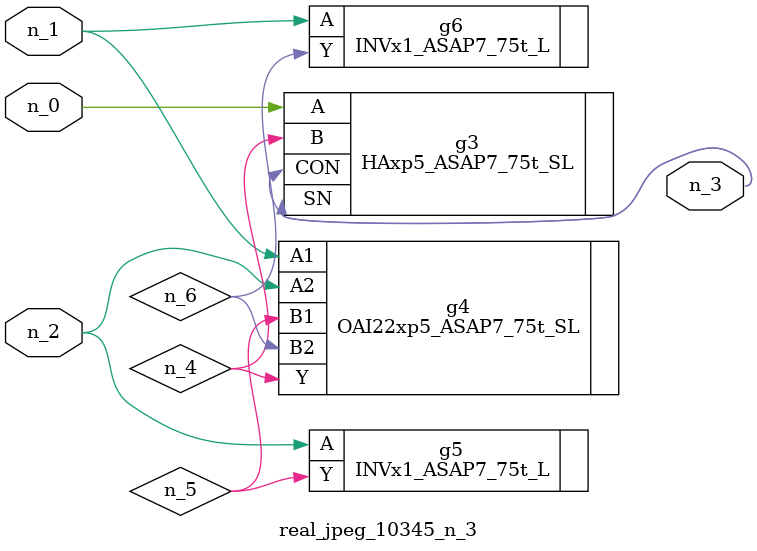
<source format=v>
module real_jpeg_10345_n_3 (n_1, n_0, n_2, n_3);

input n_1;
input n_0;
input n_2;

output n_3;

wire n_5;
wire n_4;
wire n_6;

HAxp5_ASAP7_75t_SL g3 ( 
.A(n_0),
.B(n_4),
.CON(n_3),
.SN(n_3)
);

OAI22xp5_ASAP7_75t_SL g4 ( 
.A1(n_1),
.A2(n_2),
.B1(n_5),
.B2(n_6),
.Y(n_4)
);

INVx1_ASAP7_75t_L g6 ( 
.A(n_1),
.Y(n_6)
);

INVx1_ASAP7_75t_L g5 ( 
.A(n_2),
.Y(n_5)
);


endmodule
</source>
